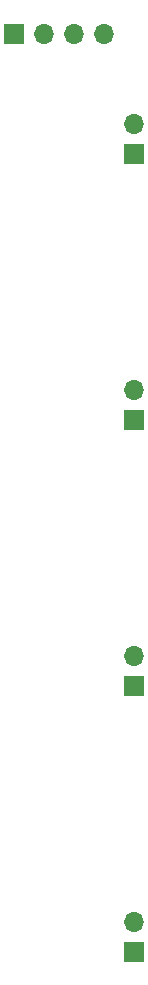
<source format=gbr>
G04 #@! TF.GenerationSoftware,KiCad,Pcbnew,8.0.1*
G04 #@! TF.CreationDate,2025-02-25T21:33:37-07:00*
G04 #@! TF.ProjectId,VibrationBand,56696272-6174-4696-9f6e-42616e642e6b,rev?*
G04 #@! TF.SameCoordinates,Original*
G04 #@! TF.FileFunction,Soldermask,Bot*
G04 #@! TF.FilePolarity,Negative*
%FSLAX46Y46*%
G04 Gerber Fmt 4.6, Leading zero omitted, Abs format (unit mm)*
G04 Created by KiCad (PCBNEW 8.0.1) date 2025-02-25 21:33:37*
%MOMM*%
%LPD*%
G01*
G04 APERTURE LIST*
%ADD10R,1.700000X1.700000*%
%ADD11O,1.700000X1.700000*%
G04 APERTURE END LIST*
D10*
X119000000Y-127500000D03*
D11*
X119000000Y-124960000D03*
D10*
X108780000Y-49800000D03*
D11*
X111320000Y-49800000D03*
X113860000Y-49800000D03*
X116400000Y-49800000D03*
D10*
X119000000Y-105000000D03*
D11*
X119000000Y-102460000D03*
D10*
X119000000Y-60000000D03*
D11*
X119000000Y-57460000D03*
D10*
X119000000Y-82500000D03*
D11*
X119000000Y-79960000D03*
M02*

</source>
